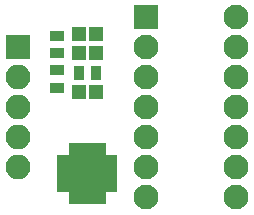
<source format=gts>
G04 #@! TF.FileFunction,Soldermask,Top*
%FSLAX46Y46*%
G04 Gerber Fmt 4.6, Leading zero omitted, Abs format (unit mm)*
G04 Created by KiCad (PCBNEW 4.0.7) date 08/19/18 18:09:51*
%MOMM*%
%LPD*%
G01*
G04 APERTURE LIST*
%ADD10C,0.100000*%
%ADD11R,1.200000X1.150000*%
%ADD12R,2.100000X2.100000*%
%ADD13O,2.100000X2.100000*%
%ADD14R,1.300000X0.900000*%
%ADD15R,0.900000X1.300000*%
%ADD16R,0.700000X1.250000*%
%ADD17R,1.250000X0.700000*%
%ADD18R,1.700000X1.700000*%
%ADD19C,2.100000*%
G04 APERTURE END LIST*
D10*
D11*
X156452000Y-100457000D03*
X154952000Y-100457000D03*
X156452000Y-102108000D03*
X154952000Y-102108000D03*
X156452000Y-105410000D03*
X154952000Y-105410000D03*
D12*
X149860000Y-101600000D03*
D13*
X149860000Y-104140000D03*
X149860000Y-106680000D03*
X149860000Y-109220000D03*
X149860000Y-111760000D03*
D14*
X153162000Y-103517000D03*
X153162000Y-105017000D03*
X153162000Y-100596000D03*
X153162000Y-102096000D03*
D15*
X154952000Y-103759000D03*
X156452000Y-103759000D03*
D16*
X156952000Y-110318000D03*
X156452000Y-110318000D03*
X155952000Y-110318000D03*
X155452000Y-110318000D03*
X154952000Y-110318000D03*
X154452000Y-110318000D03*
D17*
X153752000Y-111018000D03*
X153752000Y-111518000D03*
X153752000Y-112018000D03*
X153752000Y-112518000D03*
X153752000Y-113018000D03*
X153752000Y-113518000D03*
D16*
X154452000Y-114218000D03*
X154952000Y-114218000D03*
X155452000Y-114218000D03*
X155952000Y-114218000D03*
X156452000Y-114218000D03*
X156952000Y-114218000D03*
D17*
X157652000Y-113518000D03*
X157652000Y-113018000D03*
X157652000Y-112518000D03*
X157652000Y-112018000D03*
X157652000Y-111518000D03*
X157652000Y-111018000D03*
D18*
X155052000Y-112918000D03*
X156352000Y-112918000D03*
X155052000Y-111618000D03*
X156352000Y-111618000D03*
D19*
X168275000Y-114300000D03*
X168275000Y-111760000D03*
X168275000Y-109220000D03*
X168275000Y-106680000D03*
X168275000Y-104140000D03*
X168275000Y-101600000D03*
X168275000Y-99060000D03*
X160655000Y-111760000D03*
X160655000Y-114300000D03*
X160655000Y-109220000D03*
X160655000Y-106680000D03*
X160655000Y-104140000D03*
X160655000Y-101600000D03*
D12*
X160655000Y-99060000D03*
M02*

</source>
